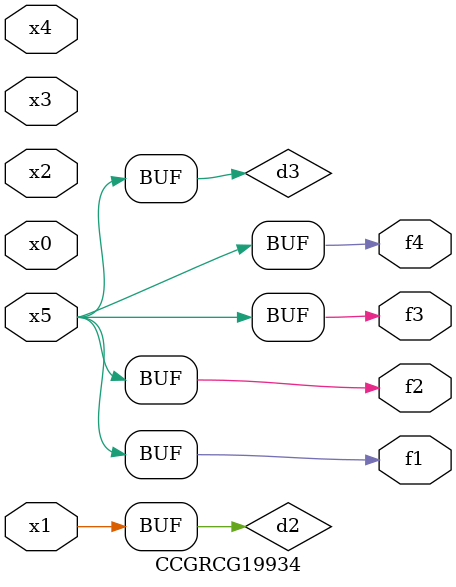
<source format=v>
module CCGRCG19934(
	input x0, x1, x2, x3, x4, x5,
	output f1, f2, f3, f4
);

	wire d1, d2, d3;

	not (d1, x5);
	or (d2, x1);
	xnor (d3, d1);
	assign f1 = d3;
	assign f2 = d3;
	assign f3 = d3;
	assign f4 = d3;
endmodule

</source>
